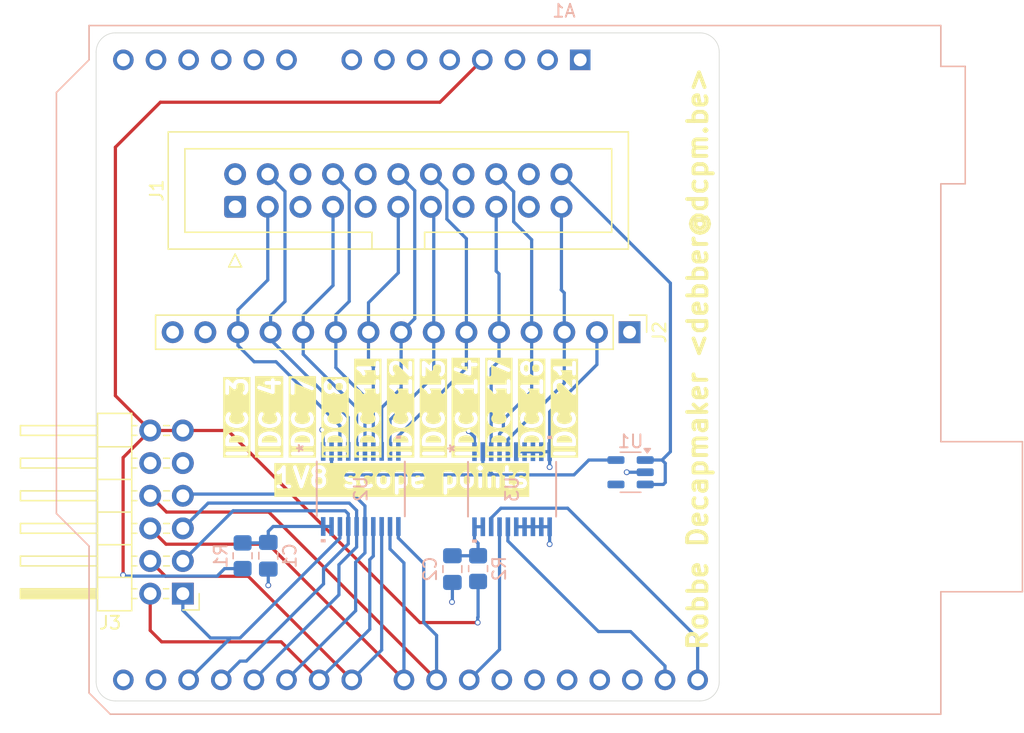
<source format=kicad_pcb>
(kicad_pcb (version 20240108) (generator "pcbnew") (generator_version "8.0")
  (layers (0 "F.Cu" signal) (1 "In1.Cu" power "In1.Cu (GND)") (2 "In2.Cu" power "In2.Cu (GND)") (31 "B.Cu" signal) (34 "B.Paste" user) (35 "F.Paste" user) (36 "B.SilkS" user "B.Silkscreen") (37 "F.SilkS" user "F.Silkscreen") (38 "B.Mask" user) (39 "F.Mask" user) (44 "Edge.Cuts" user))
  (net 0 "")
  (net 2 "+5VD")
  (net 3 "+5V")
  (net 5 "GND")
  (net 10 "IDC_1_21")
  (net 11 "+3.3V")
  (net 17 "IDC_1_17")
  (net 20 "IDC_1_18")
  (net 23 "IDC_1_7")
  (net 25 "IDC_1_14")
  (net 26 "IDC_1_8")
  (net 27 "IDC_1_12")
  (net 28 "IDC_1_13")
  (net 29 "IDC_1_4")
  (net 30 "IDC_1_3")
  (net 31 "IDC_1_11")
  (net 32 "IDC_1_18_a")
  (net 33 "IDC_1_21_a")
  (net 34 "IDC_1_8_a")
  (net 35 "IDC_1_13_a")
  (net 36 "IDC_1_11_a")
  (net 37 "IDC_1_14_a")
  (net 38 "IDC_1_7_a")
  (net 39 "IDC_1_3_a")
  (net 40 "IDC_1_12_a")
  (net 41 "IDC_1_4_a")
  (net 42 "IDC_1_17_a")
  (net 43 "Net-(U2-EN)")
  (net 44 "Net-(U3-EN)")
  (net 46 "+1V8")
  (footprint "Connector_PinHeader_2.54mm:PinHeader_2x06_P2.54mm_Horizontal" (layer "F.Cu") (at 145.25 97.15 180)
    (property "Reference" "J3" (at 5.655 -2.27 360) (layer "F.SilkS"))
    (property "Value" "Conn_02x06_Odd_Even")
    (fp_line (start 12.64 13.08) (end 6.64 13.08) (stroke (width 0.12)) (layer "F.SilkS"))
    (fp_line (start 12.64 12.32) (end 12.64 13.08) (stroke (width 0.12)) (layer "F.SilkS"))
    (fp_line (start 12.64 10.54) (end 6.64 10.54) (stroke (width 0.12)) (layer "F.SilkS"))
    (fp_line (start 12.64 9.78) (end 12.64 10.54) (stroke (width 0.12)) (layer "F.SilkS"))
    (fp_line (start 12.64 8) (end 6.64 8) (stroke (width 0.12)) (layer "F.SilkS"))
    (fp_line (start 12.64 7.24) (end 12.64 8) (stroke (width 0.12)) (layer "F.SilkS"))
    (fp_line (start 12.64 5.46) (end 6.64 5.46) (stroke (width 0.12)) (layer "F.SilkS"))
    (fp_line (start 12.64 4.7) (end 12.64 5.46) (stroke (width 0.12)) (layer "F.SilkS"))
    (fp_line (start 12.64 2.92) (end 6.64 2.92) (stroke (width 0.12)) (layer "F.SilkS"))
    (fp_line (start 12.64 2.16) (end 12.64 2.92) (stroke (width 0.12)) (layer "F.SilkS"))
    (fp_line (start 12.64 0.38) (end 6.64 0.38) (stroke (width 0.12)) (layer "F.SilkS"))
    (fp_line (start 12.64 -0.38) (end 12.64 0.38) (stroke (width 0.12)) (layer "F.SilkS"))
    (fp_line (start 6.64 14.03) (end 6.64 -1.33) (stroke (width 0.12)) (layer "F.SilkS"))
    (fp_line (start 6.64 12.32) (end 12.64 12.32) (stroke (width 0.12)) (layer "F.SilkS"))
    (fp_line (start 6.64 9.78) (end 12.64 9.78) (stroke (width 0.12)) (layer "F.SilkS"))
    (fp_line (start 6.64 7.24) (end 12.64 7.24) (stroke (width 0.12)) (layer "F.SilkS"))
    (fp_line (start 6.64 4.7) (end 12.64 4.7) (stroke (width 0.12)) (layer "F.SilkS"))
    (fp_line (start 6.64 2.16) (end 12.64 2.16) (stroke (width 0.12)) (layer "F.SilkS"))
    (fp_line (start 6.64 0.28) (end 12.64 0.28) (stroke (width 0.12)) (layer "F.SilkS"))
    (fp_line (start 6.64 0.16) (end 12.64 0.16) (stroke (width 0.12)) (layer "F.SilkS"))
    (fp_line (start 6.64 0.04) (end 12.64 0.04) (stroke (width 0.12)) (layer "F.SilkS"))
    (fp_line (start 6.64 -0.08) (end 12.64 -0.08) (stroke (width 0.12)) (layer "F.SilkS"))
    (fp_line (start 6.64 -0.2) (end 12.64 -0.2) (stroke (width 0.12)) (layer "F.SilkS"))
    (fp_line (start 6.64 -0.32) (end 12.64 -0.32) (stroke (width 0.12)) (layer "F.SilkS"))
    (fp_line (start 6.64 -0.38) (end 12.64 -0.38) (stroke (width 0.12)) (layer "F.SilkS"))
    (fp_line (start 6.64 -1.33) (end 3.98 -1.33) (stroke (width 0.12)) (layer "F.SilkS"))
    (fp_line (start 3.98 14.03) (end 6.64 14.03) (stroke (width 0.12)) (layer "F.SilkS"))
    (fp_line (start 3.98 11.43) (end 6.64 11.43) (stroke (width 0.12)) (layer "F.SilkS"))
    (fp_line (start 3.98 8.89) (end 6.64 8.89) (stroke (width 0.12)) (layer "F.SilkS"))
    (fp_line (start 3.98 6.35) (end 6.64 6.35) (stroke (width 0.12)) (layer "F.SilkS"))
    (fp_line (start 3.98 3.81) (end 6.64 3.81) (stroke (width 0.12)) (layer "F.SilkS"))
    (fp_line (start 3.98 1.27) (end 6.64 1.27) (stroke (width 0.12)) (layer "F.SilkS"))
    (fp_line (start 3.98 -1.33) (end 3.98 14.03) (stroke (width 0.12)) (layer "F.SilkS"))
    (fp_line (start 3.582929 13.08) (end 3.98 13.08) (stroke (width 0.12)) (layer "F.SilkS"))
    (fp_line (start 3.582929 12.32) (end 3.98 12.32) (stroke (width 0.12)) (layer "F.SilkS"))
    (fp_line (start 3.582929 10.54) (end 3.98 10.54) (stroke (width 0.12)) (layer "F.SilkS"))
    (fp_line (start 3.582929 9.78) (end 3.98 9.78) (stroke (width 0.12)) (layer "F.SilkS"))
    (fp_line (start 3.582929 8) (end 3.98 8) (stroke (width 0.12)) (layer "F.SilkS"))
    (fp_line (start 3.582929 7.24) (end 3.98 7.24) (stroke (width 0.12)) (layer "F.SilkS"))
    (fp_line (start 3.582929 5.46) (end 3.98 5.46) (stroke (width 0.12)) (layer "F.SilkS"))
    (fp_line (start 3.582929 4.7) (end 3.98 4.7) (stroke (width 0.12)) (layer "F.SilkS"))
    (fp_line (start 3.582929 2.92) (end 3.98 2.92) (stroke (width 0.12)) (layer "F.SilkS"))
    (fp_line (start 3.582929 2.16) (end 3.98 2.16) (stroke (width 0.12)) (layer "F.SilkS"))
    (fp_line (start 3.582929 0.38) (end 3.98 0.38) (stroke (width 0.12)) (layer "F.SilkS"))
    (fp_line (start 3.582929 -0.38) (end 3.98 -0.38) (stroke (width 0.12)) (layer "F.SilkS"))
    (fp_line (start 1.11 0.38) (end 1.497071 0.38) (stroke (width 0.12)) (layer "F.SilkS"))
    (fp_line (start 1.11 -0.38) (end 1.497071 -0.38) (stroke (width 0.12)) (layer "F.SilkS"))
    (fp_line (start 1.042929 13.08) (end 1.497071 13.08) (stroke (width 0.12)) (layer "F.SilkS"))
    (fp_line (start 1.042929 12.32) (end 1.497071 12.32) (stroke (width 0.12)) (layer "F.SilkS"))
    (fp_line (start 1.042929 10.54) (end 1.497071 10.54) (stroke (width 0.12)) (layer "F.SilkS"))
    (fp_line (start 1.042929 9.78) (end 1.497071 9.78) (stroke (width 0.12)) (layer "F.SilkS"))
    (fp_line (start 1.042929 8) (end 1.497071 8) (stroke (width 0.12)) (layer "F.SilkS"))
    (fp_line (start 1.042929 7.24) (end 1.497071 7.24) (stroke (width 0.12)) (layer "F.SilkS"))
    (fp_line (start 1.042929 5.46) (end 1.497071 5.46) (stroke (width 0.12)) (layer "F.SilkS"))
    (fp_line (start 1.042929 4.7) (end 1.497071 4.7) (stroke (width 0.12)) (layer "F.SilkS"))
    (fp_line (start 1.042929 2.92) (end 1.497071 2.92) (stroke (width 0.12)) (layer "F.SilkS"))
    (fp_line (start 1.042929 2.16) (end 1.497071 2.16) (stroke (width 0.12)) (layer "F.SilkS"))
    (fp_line (start -1.27 0) (end -1.27 -1.27) (stroke (width 0.12)) (layer "F.SilkS"))
    (fp_line (start -1.27 -1.27) (end 0 -1.27) (stroke (width 0.12)) (layer "F.SilkS"))
    (pad "1" thru_hole rect (at 0 0 180) (size 1.7 1.7) (drill 1) (layers "*.Cu" "*.Mask") (net 39 "IDC_1_3_a"))
    (pad "2" thru_hole oval (at 2.54 0 180) (size 1.7 1.7) (drill 1) (layers "*.Cu" "*.Mask") (net 36 "IDC_1_11_a"))
    (pad "3" thru_hole oval (at 0 2.54 180) (size 1.7 1.7) (drill 1) (layers "*.Cu" "*.Mask") (net 41 "IDC_1_4_a"))
    (pad "4" thru_hole oval (at 2.54 2.54 180) (size 1.7 1.7) (drill 1) (layers "*.Cu" "*.Mask") (net 40 "IDC_1_12_a"))
    (pad "5" thru_hole oval (at 0 5.08 180) (size 1.7 1.7) (drill 1) (layers "*.Cu" "*.Mask") (net 38 "IDC_1_7_a"))
    (pad "6" thru_hole oval (at 2.54 5.08 180) (size 1.7 1.7) (drill 1) (layers "*.Cu" "*.Mask") (net 35 "IDC_1_13_a"))
    (pad "7" thru_hole oval (at 0 7.62 180) (size 1.7 1.7) (drill 1) (layers "*.Cu" "*.Mask") (net 34 "IDC_1_8_a"))
    (pad "8" thru_hole oval (at 2.54 7.62 180) (size 1.7 1.7) (drill 1) (layers "*.Cu" "*.Mask") (net 37 "IDC_1_14_a"))
    (pad "9" thru_hole oval (at 0 10.16 180) (size 1.7 1.7) (drill 1) (layers "*.Cu" "*.Mask") (net 5 "GND"))
    (pad "10" thru_hole oval (at 2.54 10.16 180) (size 1.7 1.7) (drill 1) (layers "*.Cu" "*.Mask") (net 5 "GND"))
    (pad "11" thru_hole oval (at 0 12.7 180) (size 1.7 1.7) (drill 1) (layers "*.Cu" "*.Mask") (net 11 "+3.3V"))
    (pad "12" thru_hole oval (at 2.54 12.7 180) (size 1.7 1.7) (drill 1) (layers "*.Cu" "*.Mask") (net 11 "+3.3V"))
  )
  (footprint "Connector_IDC:IDC-Header_2x11_P2.54mm_Vertical" (layer "F.Cu") (at 149.32 67.04 90)
    (property "Reference" "J1" (at 1.27 -6.1 90) (layer "F.SilkS"))
    (property "Value" "Conn_02x11_Odd_Even")
    (fp_line (start 5.83 -5.21) (end 5.83 30.61) (stroke (width 0.12)) (layer "F.SilkS"))
    (fp_line (start -3.29 -5.21) (end 5.83 -5.21) (stroke (width 0.12)) (layer "F.SilkS"))
    (fp_line (start 4.52 -3.91) (end 4.52 29.31) (stroke (width 0.12)) (layer "F.SilkS"))
    (fp_line (start -1.98 -3.91) (end 4.52 -3.91) (stroke (width 0.12)) (layer "F.SilkS"))
    (fp_line (start -4.68 -0.5) (end -4.68 0.5) (stroke (width 0.12)) (layer "F.SilkS"))
    (fp_line (start -3.68 0) (end -4.68 -0.5) (stroke (width 0.12)) (layer "F.SilkS"))
    (fp_line (start -4.68 0.5) (end -3.68 0) (stroke (width 0.12)) (layer "F.SilkS"))
    (fp_line (start -1.98 10.65) (end -1.98 -3.91) (stroke (width 0.12)) (layer "F.SilkS"))
    (fp_line (start -3.29 10.65) (end -1.98 10.65) (stroke (width 0.12)) (layer "F.SilkS"))
    (fp_line (start -1.98 14.75) (end -1.98 14.75) (stroke (width 0.12)) (layer "F.SilkS"))
    (fp_line (start -1.98 14.75) (end -3.29 14.75) (stroke (width 0.12)) (layer "F.SilkS"))
    (fp_line (start 4.52 29.31) (end -1.98 29.31) (stroke (width 0.12)) (layer "F.SilkS"))
    (fp_line (start -1.98 29.31) (end -1.98 14.75) (stroke (width 0.12)) (layer "F.SilkS"))
    (fp_line (start 5.83 30.61) (end -3.29 30.61) (stroke (width 0.12)) (layer "F.SilkS"))
    (fp_line (start -3.29 30.61) (end -3.29 -5.21) (stroke (width 0.12)) (layer "F.SilkS"))
    (pad "1" thru_hole roundrect (at 0 0 90) (size 1.7 1.7) (drill 1) (layers "*.Cu" "*.Mask") (roundrect_rratio 0.147059) (net 5 "GND"))
    (pad "2" thru_hole circle (at 2.54 0 90) (size 1.7 1.7) (drill 1) (layers "*.Cu" "*.Mask") (net 5 "GND"))
    (pad "3" thru_hole circle (at 0 2.54 90) (size 1.7 1.7) (drill 1) (layers "*.Cu" "*.Mask") (net 30 "IDC_1_3"))
    (pad "4" thru_hole circle (at 2.54 2.54 90) (size 1.7 1.7) (drill 1) (layers "*.Cu" "*.Mask") (net 29 "IDC_1_4"))
    (pad "5" thru_hole circle (at 0 5.08 90) (size 1.7 1.7) (drill 1) (layers "*.Cu" "*.Mask") (net 5 "GND"))
    (pad "6" thru_hole circle (at 2.54 5.08 90) (size 1.7 1.7) (drill 1) (layers "*.Cu" "*.Mask") (net 5 "GND"))
    (pad "7" thru_hole circle (at 0 7.62 90) (size 1.7 1.7) (drill 1) (layers "*.Cu" "*.Mask") (net 23 "IDC_1_7"))
    (pad "8" thru_hole circle (at 2.54 7.62 90) (size 1.7 1.7) (drill 1) (layers "*.Cu" "*.Mask") (net 26 "IDC_1_8"))
    (pad "9" thru_hole circle (at 0 10.16 90) (size 1.7 1.7) (drill 1) (layers "*.Cu" "*.Mask") (net 5 "GND"))
    (pad "10" thru_hole circle (at 2.54 10.16 90) (size 1.7 1.7) (drill 1) (layers "*.Cu" "*.Mask") (net 5 "GND"))
    (pad "11" thru_hole circle (at 0 12.7 90) (size 1.7 1.7) (drill 1) (layers "*.Cu" "*.Mask") (net 31 "IDC_1_11"))
    (pad "12" thru_hole circle (at 2.54 12.7 90) (size 1.7 1.7) (drill 1) (layers "*.Cu" "*.Mask") (net 27 "IDC_1_12"))
    (pad "13" thru_hole circle (at 0 15.24 90) (size 1.7 1.7) (drill 1) (layers "*.Cu" "*.Mask") (net 28 "IDC_1_13"))
    (pad "14" thru_hole circle (at 2.54 15.24 90) (size 1.7 1.7) (drill 1) (layers "*.Cu" "*.Mask") (net 25 "IDC_1_14"))
    (pad "15" thru_hole circle (at 0 17.78 90) (size 1.7 1.7) (drill 1) (layers "*.Cu" "*.Mask") (net 5 "GND"))
    (pad "16" thru_hole circle (at 2.54 17.78 90) (size 1.7 1.7) (drill 1) (layers "*.Cu" "*.Mask") (net 5 "GND"))
    (pad "17" thru_hole circle (at 0 20.32 90) (size 1.7 1.7) (drill 1) (layers "*.Cu" "*.Mask") (net 17 "IDC_1_17"))
    (pad "18" thru_hole circle (at 2.54 20.32 90) (size 1.7 1.7) (drill 1) (layers "*.Cu" "*.Mask") (net 20 "IDC_1_18"))
    (pad "19" thru_hole circle (at 0 22.86 90) (size 1.7 1.7) (drill 1) (layers "*.Cu" "*.Mask") (net 5 "GND"))
    (pad "20" thru_hole circle (at 2.54 22.86 90) (size 1.7 1.7) (drill 1) (layers "*.Cu" "*.Mask") (net 5 "GND"))
    (pad "21" thru_hole circle (at 0 25.4 90) (size 1.7 1.7) (drill 1) (layers "*.Cu" "*.Mask") (net 10 "IDC_1_21"))
    (pad "22" thru_hole circle (at 2.54 25.4 90) (size 1.7 1.7) (drill 1) (layers "*.Cu" "*.Mask") (net 2 "+5VD"))
  )
  (footprint "Connector_PinHeader_2.54mm:PinHeader_1x15_P2.54mm_Vertical" (layer "F.Cu") (at 180.02 76.8 -90)
    (property "Reference" "J2" (at 0 -2.33 90) (layer "F.SilkS"))
    (property "Value" "Conn_01x15_Pin")
    (fp_line (start -1.33 36.89) (end 1.33 36.89) (stroke (width 0.12)) (layer "F.SilkS"))
    (fp_line (start -1.33 1.27) (end -1.33 36.89) (stroke (width 0.12)) (layer "F.SilkS"))
    (fp_line (start -1.33 1.27) (end 1.33 1.27) (stroke (width 0.12)) (layer "F.SilkS"))
    (fp_line (start 1.33 1.27) (end 1.33 36.89) (stroke (width 0.12)) (layer "F.SilkS"))
    (fp_line (start -1.33 0) (end -1.33 -1.33) (stroke (width 0.12)) (layer "F.SilkS"))
    (fp_line (start -1.33 -1.33) (end 0 -1.33) (stroke (width 0.12)) (layer "F.SilkS"))
    (pad "1" thru_hole rect (at 0 0 270) (size 1.7 1.7) (drill 1) (layers "*.Cu" "*.Mask") (net 5 "GND"))
    (pad "2" thru_hole oval (at 0 2.54 270) (size 1.7 1.7) (drill 1) (layers "*.Cu" "*.Mask") (net 5 "GND"))
    (pad "3" thru_hole oval (at 0 5.08 270) (size 1.7 1.7) (drill 1) (layers "*.Cu" "*.Mask") (net 10 "IDC_1_21"))
    (pad "4" thru_hole oval (at 0 7.62 270) (size 1.7 1.7) (drill 1) (layers "*.Cu" "*.Mask") (net 20 "IDC_1_18"))
    (pad "5" thru_hole oval (at 0 10.16 270) (size 1.7 1.7) (drill 1) (layers "*.Cu" "*.Mask") (net 17 "IDC_1_17"))
    (pad "6" thru_hole oval (at 0 12.7 270) (size 1.7 1.7) (drill 1) (layers "*.Cu" "*.Mask") (net 25 "IDC_1_14"))
    (pad "7" thru_hole oval (at 0 15.24 270) (size 1.7 1.7) (drill 1) (layers "*.Cu" "*.Mask") (net 28 "IDC_1_13"))
    (pad "8" thru_hole oval (at 0 17.78 270) (size 1.7 1.7) (drill 1) (layers "*.Cu" "*.Mask") (net 27 "IDC_1_12"))
    (pad "9" thru_hole oval (at 0 20.32 270) (size 1.7 1.7) (drill 1) (layers "*.Cu" "*.Mask") (net 31 "IDC_1_11"))
    (pad "10" thru_hole oval (at 0 22.86 270) (size 1.7 1.7) (drill 1) (layers "*.Cu" "*.Mask") (net 26 "IDC_1_8"))
    (pad "11" thru_hole oval (at 0 25.4 270) (size 1.7 1.7) (drill 1) (layers "*.Cu" "*.Mask") (net 23 "IDC_1_7"))
    (pad "12" thru_hole oval (at 0 27.94 270) (size 1.7 1.7) (drill 1) (layers "*.Cu" "*.Mask") (net 29 "IDC_1_4"))
    (pad "13" thru_hole oval (at 0 30.48 270) (size 1.7 1.7) (drill 1) (layers "*.Cu" "*.Mask") (net 30 "IDC_1_3"))
    (pad "14" thru_hole oval (at 0 33.02 270) (size 1.7 1.7) (drill 1) (layers "*.Cu" "*.Mask") (net 5 "GND"))
    (pad "15" thru_hole oval (at 0 35.56 270) (size 1.7 1.7) (drill 1) (layers "*.Cu" "*.Mask") (net 5 "GND"))
  )
  (footprint "level_shifter:PW20_TEX" (layer "B.Cu") (at 159.1 89 -90)
    (property "Reference" "U2" (at 0 0 90) (layer "B.SilkS") (effects (justify mirror)))
    (property "Value" "LSF0108QPWRQ1")
    (fp_line (start -2.126372 3.429) (end 2.126385 3.429) (stroke (width 0.1524)) (layer "B.SilkS"))
    (fp_line (start 2.126372 -3.429) (end -2.126385 -3.429) (stroke (width 0.1524)) (layer "B.SilkS"))
    (fp_poly (pts (xy 4.159999 3.115498) (xy 4.159999 2.734498) (xy 3.905999 2.734498) (xy 3.905999 3.115498)) (fill solid) (layer "B.SilkS"))
    (fp_poly (pts (xy -4.159999 -2.734498) (xy -4.159999 -3.115498) (xy -3.905999 -3.115498) (xy -3.905999 -2.734498)) (fill solid) (layer "B.SilkS"))
    (fp_text user "*" (at -3.175 4.422801 90) (layer "B.SilkS") (effects (justify mirror)))
    (fp_text user "*" (at -3.175 4.422801 90) (layer "B.SilkS") (effects (justify mirror)))
    (pad "1" smd rect (at -2.921 2.925 270) (size 1.461999 0.3548) (layers "B.Cu" "B.Paste" "B.Mask") (net 5 "GND"))
    (pad "2" smd rect (at -2.921 2.274999 270) (size 1.461999 0.3548) (layers "B.Cu" "B.Paste" "B.Mask") (net 46 "+1V8"))
    (pad "3" smd rect (at -2.921 1.625001 270) (size 1.461999 0.3548) (layers "B.Cu" "B.Paste" "B.Mask") (net 30 "IDC_1_3"))
    (pad "4" smd rect (at -2.921 0.974999 270) (size 1.461999 0.3548) (layers "B.Cu" "B.Paste" "B.Mask") (net 29 "IDC_1_4"))
    (pad "5" smd rect (at -2.921 0.325001 270) (size 1.461999 0.3548) (layers "B.Cu" "B.Paste" "B.Mask") (net 23 "IDC_1_7"))
    (pad "6" smd rect (at -2.921 -0.324998 270) (size 1.461999 0.3548) (layers "B.Cu" "B.Paste" "B.Mask") (net 26 "IDC_1_8"))
    (pad "7" smd rect (at -2.921 -0.974999 270) (size 1.461999 0.3548) (layers "B.Cu" "B.Paste" "B.Mask") (net 31 "IDC_1_11"))
    (pad "8" smd rect (at -2.921 -1.624998 270) (size 1.461999 0.3548) (layers "B.Cu" "B.Paste" "B.Mask") (net 27 "IDC_1_12"))
    (pad "9" smd rect (at -2.921 -2.274999 270) (size 1.461999 0.3548) (layers "B.Cu" "B.Paste" "B.Mask") (net 28 "IDC_1_13"))
    (pad "10" smd rect (at -2.921 -2.924998 270) (size 1.461999 0.3548) (layers "B.Cu" "B.Paste" "B.Mask") (net 25 "IDC_1_14"))
    (pad "11" smd rect (at 2.921 -2.925 270) (size 1.461999 0.3548) (layers "B.Cu" "B.Paste" "B.Mask") (net 37 "IDC_1_14_a"))
    (pad "12" smd rect (at 2.921 -2.275002 270) (size 1.461999 0.3548) (layers "B.Cu" "B.Paste" "B.Mask") (net 35 "IDC_1_13_a"))
    (pad "13" smd rect (at 2.921 -1.625001 270) (size 1.461999 0.3548) (layers "B.Cu" "B.Paste" "B.Mask") (net 40 "IDC_1_12_a"))
    (pad "14" smd rect (at 2.921 -0.975002 270) (size 1.461999 0.3548) (layers "B.Cu" "B.Paste" "B.Mask") (net 36 "IDC_1_11_a"))
    (pad "15" smd rect (at 2.921 -0.325001 270) (size 1.461999 0.3548) (layers "B.Cu" "B.Paste" "B.Mask") (net 34 "IDC_1_8_a"))
    (pad "16" smd rect (at 2.921 0.324998 270) (size 1.461999 0.3548) (layers "B.Cu" "B.Paste" "B.Mask") (net 38 "IDC_1_7_a"))
    (pad "17" smd rect (at 2.921 0.974999 270) (size 1.461999 0.3548) (layers "B.Cu" "B.Paste" "B.Mask") (net 41 "IDC_1_4_a"))
    (pad "18" smd rect (at 2.921 1.624998 270) (size 1.461999 0.3548) (layers "B.Cu" "B.Paste" "B.Mask") (net 39 "IDC_1_3_a"))
    (pad "19" smd rect (at 2.921 2.274999 270) (size 1.461999 0.3548) (layers "B.Cu" "B.Paste" "B.Mask") (net 43 "Net-(U2-EN)"))
    (pad "20" smd rect (at 2.921 2.924998 270) (size 1.461999 0.3548) (layers "B.Cu" "B.Paste" "B.Mask") (net 43 "Net-(U2-EN)"))
  )
  (footprint "Module:Arduino_UNO_R3" (layer "B.Cu") (at 176.18 55.6 180)
    (property "Reference" "A1" (at 1.27 3.81 0) (layer "B.SilkS") (effects (justify mirror)))
    (property "Value" "Arduino_UNO_R3")
    (fp_line (start 40.77 -2.54) (end 40.77 -35.31) (stroke (width 0.12)) (layer "B.SilkS"))
    (fp_line (start 40.77 -35.31) (end 38.23 -37.85) (stroke (width 0.12)) (layer "B.SilkS"))
    (fp_line (start 38.23 2.67) (end 38.23 0) (stroke (width 0.12)) (layer "B.SilkS"))
    (fp_line (start 38.23 0) (end 40.77 -2.54) (stroke (width 0.12)) (layer "B.SilkS"))
    (fp_line (start 38.23 -37.85) (end 38.23 -49.28) (stroke (width 0.12)) (layer "B.SilkS"))
    (fp_line (start 38.23 -49.28) (end 36.58 -50.93) (stroke (width 0.12)) (layer "B.SilkS"))
    (fp_line (start 36.58 -50.93) (end -28.07 -50.93) (stroke (width 0.12)) (layer "B.SilkS"))
    (fp_line (start -28.07 2.67) (end 38.23 2.67) (stroke (width 0.12)) (layer "B.SilkS"))
    (fp_line (start -28.07 -0.51) (end -28.07 2.67) (stroke (width 0.12)) (layer "B.SilkS"))
    (fp_line (start -28.07 -9.65) (end -29.97 -9.65) (stroke (width 0.12)) (layer "B.SilkS"))
    (fp_line (start -28.07 -29.72) (end -28.07 -9.65) (stroke (width 0.12)) (layer "B.SilkS"))
    (fp_line (start -28.07 -41.4) (end -34.42 -41.4) (stroke (width 0.12)) (layer "B.SilkS"))
    (fp_line (start -28.07 -50.93) (end -28.07 -41.4) (stroke (width 0.12)) (layer "B.SilkS"))
    (fp_line (start -29.97 -0.51) (end -28.07 -0.51) (stroke (width 0.12)) (layer "B.SilkS"))
    (fp_line (start -29.97 -9.65) (end -29.97 -0.51) (stroke (width 0.12)) (layer "B.SilkS"))
    (fp_line (start -34.42 -29.72) (end -28.07 -29.72) (stroke (width 0.12)) (layer "B.SilkS"))
    (fp_line (start -34.42 -41.4) (end -34.42 -29.72) (stroke (width 0.12)) (layer "B.SilkS"))
    (pad "1" thru_hole rect (at 0 0 90) (size 1.6 1.6) (drill 1) (layers "*.Cu" "*.Mask"))
    (pad "2" thru_hole oval (at 2.54 0 90) (size 1.6 1.6) (drill 1) (layers "*.Cu" "*.Mask"))
    (pad "3" thru_hole oval (at 5.08 0 90) (size 1.6 1.6) (drill 1) (layers "*.Cu" "*.Mask"))
    (pad "4" thru_hole oval (at 7.62 0 90) (size 1.6 1.6) (drill 1) (layers "*.Cu" "*.Mask") (net 11 "+3.3V"))
    (pad "5" thru_hole oval (at 10.16 0 90) (size 1.6 1.6) (drill 1) (layers "*.Cu" "*.Mask") (net 3 "+5V"))
    (pad "6" thru_hole oval (at 12.7 0 90) (size 1.6 1.6) (drill 1) (layers "*.Cu" "*.Mask") (net 5 "GND"))
    (pad "7" thru_hole oval (at 15.24 0 90) (size 1.6 1.6) (drill 1) (layers "*.Cu" "*.Mask") (net 5 "GND"))
    (pad "8" thru_hole oval (at 17.78 0 90) (size 1.6 1.6) (drill 1) (layers "*.Cu" "*.Mask"))
    (pad "9" thru_hole oval (at 22.86 0 90) (size 1.6 1.6) (drill 1) (layers "*.Cu" "*.Mask"))
    (pad "10" thru_hole oval (at 25.4 0 90) (size 1.6 1.6) (drill 1) (layers "*.Cu" "*.Mask"))
    (pad "11" thru_hole oval (at 27.94 0 90) (size 1.6 1.6) (drill 1) (layers "*.Cu" "*.Mask"))
    (pad "12" thru_hole oval (at 30.48 0 90) (size 1.6 1.6) (drill 1) (layers "*.Cu" "*.Mask"))
    (pad "13" thru_hole oval (at 33.02 0 90) (size 1.6 1.6) (drill 1) (layers "*.Cu" "*.Mask"))
    (pad "14" thru_hole oval (at 35.56 0 90) (size 1.6 1.6) (drill 1) (layers "*.Cu" "*.Mask"))
    (pad "15" thru_hole oval (at 35.56 -48.26 90) (size 1.6 1.6) (drill 1) (layers "*.Cu" "*.Mask"))
    (pad "16" thru_hole oval (at 33.02 -48.26 90) (size 1.6 1.6) (drill 1) (layers "*.Cu" "*.Mask"))
    (pad "17" thru_hole oval (at 30.48 -48.26 90) (size 1.6 1.6) (drill 1) (layers "*.Cu" "*.Mask") (net 39 "IDC_1_3_a"))
    (pad "18" thru_hole oval (at 27.94 -48.26 90) (size 1.6 1.6) (drill 1) (layers "*.Cu" "*.Mask") (net 41 "IDC_1_4_a"))
    (pad "19" thru_hole oval (at 25.4 -48.26 90) (size 1.6 1.6) (drill 1) (layers "*.Cu" "*.Mask") (net 38 "IDC_1_7_a"))
    (pad "20" thru_hole oval (at 22.86 -48.26 90) (size 1.6 1.6) (drill 1) (layers "*.Cu" "*.Mask") (net 34 "IDC_1_8_a"))
    (pad "21" thru_hole oval (at 20.32 -48.26 90) (size 1.6 1.6) (drill 1) (layers "*.Cu" "*.Mask") (net 36 "IDC_1_11_a"))
    (pad "22" thru_hole oval (at 17.78 -48.26 90) (size 1.6 1.6) (drill 1) (layers "*.Cu" "*.Mask") (net 40 "IDC_1_12_a"))
    (pad "23" thru_hole oval (at 13.72 -48.26 90) (size 1.6 1.6) (drill 1) (layers "*.Cu" "*.Mask") (net 35 "IDC_1_13_a"))
    (pad "24" thru_hole oval (at 11.18 -48.26 90) (size 1.6 1.6) (drill 1) (layers "*.Cu" "*.Mask") (net 37 "IDC_1_14_a"))
    (pad "25" thru_hole oval (at 8.64 -48.26 90) (size 1.6 1.6) (drill 1) (layers "*.Cu" "*.Mask") (net 32 "IDC_1_18_a"))
    (pad "26" thru_hole oval (at 6.1 -48.26 90) (size 1.6 1.6) (drill 1) (layers "*.Cu" "*.Mask"))
    (pad "27" thru_hole oval (at 3.56 -48.26 90) (size 1.6 1.6) (drill 1) (layers "*.Cu" "*.Mask"))
    (pad "28" thru_hole oval (at 1.02 -48.26 90) (size 1.6 1.6) (drill 1) (layers "*.Cu" "*.Mask"))
    (pad "29" thru_hole oval (at -1.52 -48.26 90) (size 1.6 1.6) (drill 1) (layers "*.Cu" "*.Mask") (net 5 "GND"))
    (pad "30" thru_hole oval (at -4.06 -48.26 90) (size 1.6 1.6) (drill 1) (layers "*.Cu" "*.Mask"))
    (pad "31" thru_hole oval (at -6.6 -48.26 90) (size 1.6 1.6) (drill 1) (layers "*.Cu" "*.Mask") (net 33 "IDC_1_21_a"))
    (pad "32" thru_hole oval (at -9.14 -48.26 90) (size 1.6 1.6) (drill 1) (layers "*.Cu" "*.Mask") (net 42 "IDC_1_17_a"))
  )
  (footprint "Resistor_SMD:R_0805_2012Metric_Pad1.20x1.40mm_HandSolder" (layer "B.Cu") (at 149.9 94.2 90)
    (property "Reference" "R1" (at 0 -1.7 90) (layer "B.SilkS") (effects (justify mirror)))
    (property "Value" "200k")
    (fp_line (start 0.227064 -0.735) (end -0.227064 -0.735) (stroke (width 0.12)) (layer "B.SilkS"))
    (fp_line (start 0.227064 0.735) (end -0.227064 0.735) (stroke (width 0.12)) (layer "B.SilkS"))
    (pad "1" smd roundrect (at -1 0 90) (size 1.2 1.4) (layers "B.Cu" "B.Paste" "B.Mask") (roundrect_rratio 0.208333) (net 11 "+3.3V"))
    (pad "2" smd roundrect (at 1 0 90) (size 1.2 1.4) (layers "B.Cu" "B.Paste" "B.Mask") (roundrect_rratio 0.208333) (net 43 "Net-(U2-EN)"))
  )
  (footprint "Package_TO_SOT_SMD:SOT-23-5" (layer "B.Cu") (at 180.1 87.7 180)
    (property "Reference" "U1" (at 0 2.4 0) (layer "B.SilkS") (effects (justify mirror)))
    (property "Value" "TPS7A0508PDBV")
    (fp_line (start 0.8 1.56) (end 0 1.56) (stroke (width 0.12)) (layer "B.SilkS"))
    (fp_line (start 0.8 -1.56) (end 0 -1.56) (stroke (width 0.12)) (layer "B.SilkS"))
    (fp_line (start -0.8 1.56) (end 0 1.56) (stroke (width 0.12)) (layer "B.SilkS"))
    (fp_line (start -0.8 -1.56) (end 0 -1.56) (stroke (width 0.12)) (layer "B.SilkS"))
    (fp_poly (pts (xy -1.3 1.51) (xy -1.54 1.84) (xy -1.06 1.84) (xy -1.3 1.51)) (stroke (width 0.12)) (fill solid) (layer "B.SilkS"))
    (pad "1" smd roundrect (at -1.1375 0.95 180) (size 1.325 0.6) (layers "B.Cu" "B.Paste" "B.Mask") (net 2 "+5VD"))
    (pad "2" smd roundrect (at -1.1375 0 180) (size 1.325 0.6) (layers "B.Cu" "B.Paste" "B.Mask") (net 5 "GND"))
    (pad "3" smd roundrect (at -1.1375 -0.95 180) (size 1.325 0.6) (layers "B.Cu" "B.Paste" "B.Mask") (net 2 "+5VD"))
    (pad "4" smd roundrect (at 1.1375 -0.95 180) (size 1.325 0.6) (layers "B.Cu" "B.Paste" "B.Mask"))
    (pad "5" smd roundrect (at 1.1375 0.95 180) (size 1.325 0.6) (layers "B.Cu" "B.Paste" "B.Mask") (net 46 "+1V8"))
  )
  (footprint "Capacitor_SMD:C_0805_2012Metric_Pad1.18x1.45mm_HandSolder" (layer "B.Cu") (at 166.23 95.2375 90)
    (property "Reference" "C2" (at 0 -1.73 90) (layer "B.SilkS") (effects (justify mirror)))
    (property "Value" "0.1µF")
    (fp_line (start 0.261252 -0.735) (end -0.261252 -0.735) (stroke (width 0.12)) (layer "B.SilkS"))
    (fp_line (start 0.261252 0.735) (end -0.261252 0.735) (stroke (width 0.12)) (layer "B.SilkS"))
    (pad "1" smd roundrect (at -1.0375 0 90) (size 1.175 1.45) (layers "B.Cu" "B.Paste" "B.Mask") (roundrect_rratio 0.212766) (net 5 "GND"))
    (pad "2" smd roundrect (at 1.0375 0 90) (size 1.175 1.45) (layers "B.Cu" "B.Paste" "B.Mask") (roundrect_rratio 0.212766) (net 44 "Net-(U3-EN)"))
  )
  (footprint "Resistor_SMD:R_0805_2012Metric_Pad1.20x1.40mm_HandSolder" (layer "B.Cu") (at 168.23 95.2 90)
    (property "Reference" "R2" (at 0 1.65 90) (layer "B.SilkS") (effects (justify mirror)))
    (property "Value" "200k")
    (fp_line (start 0.227064 -0.735) (end -0.227064 -0.735) (stroke (width 0.12)) (layer "B.SilkS"))
    (fp_line (start 0.227064 0.735) (end -0.227064 0.735) (stroke (width 0.12)) (layer "B.SilkS"))
    (pad "1" smd roundrect (at -1 0 90) (size 1.2 1.4) (layers "B.Cu" "B.Paste" "B.Mask") (roundrect_rratio 0.208333) (net 11 "+3.3V"))
    (pad "2" smd roundrect (at 1 0 90) (size 1.2 1.4) (layers "B.Cu" "B.Paste" "B.Mask") (roundrect_rratio 0.208333) (net 44 "Net-(U3-EN)"))
  )
  (footprint "Capacitor_SMD:C_0805_2012Metric_Pad1.18x1.45mm_HandSolder" (layer "B.Cu") (at 151.9 94.2 90)
    (property "Reference" "C1" (at 0 1.68 90) (layer "B.SilkS") (effects (justify mirror)))
    (property "Value" "0.1µF")
    (fp_line (start 0.261252 -0.735) (end -0.261252 -0.735) (stroke (width 0.12)) (layer "B.SilkS"))
    (fp_line (start 0.261252 0.735) (end -0.261252 0.735) (stroke (width 0.12)) (layer "B.SilkS"))
    (pad "1" smd roundrect (at -1.0375 0 90) (size 1.175 1.45) (layers "B.Cu" "B.Paste" "B.Mask") (roundrect_rratio 0.212766) (net 5 "GND"))
    (pad "2" smd roundrect (at 1.0375 0 90) (size 1.175 1.45) (layers "B.Cu" "B.Paste" "B.Mask") (roundrect_rratio 0.212766) (net 43 "Net-(U2-EN)"))
  )
  (footprint "level_shifter:PW20_TEX" (layer "B.Cu") (at 170.874999 89.021 -90)
    (property "Reference" "U3" (at 0 0 90) (layer "B.SilkS") (effects (justify mirror)))
    (property "Value" "LSF0108QPWRQ1")
    (fp_line (start -2.126372 3.429) (end 2.126385 3.429) (stroke (width 0.1524)) (layer "B.SilkS"))
    (fp_line (start 2.126372 -3.429) (end -2.126385 -3.429) (stroke (width 0.1524)) (layer "B.SilkS"))
    (fp_poly (pts (xy 4.159999 3.115498) (xy 4.159999 2.734498) (xy 3.905999 2.734498) (xy 3.905999 3.115498)) (fill solid) (layer "B.SilkS"))
    (fp_poly (pts (xy -4.159999 -2.734498) (xy -4.159999 -3.115498) (xy -3.905999 -3.115498) (xy -3.905999 -2.734498)) (fill solid) (layer "B.SilkS"))
    (fp_text user "*" (at -3.175 4.422801 90) (layer "B.SilkS") (effects (justify mirror)))
    (fp_text user "*" (at -3.175 4.422801 90) (layer "B.SilkS") (effects (justify mirror)))
    (pad "1" smd rect (at -2.921 2.925 270) (size 1.461999 0.3548) (layers "B.Cu" "B.Paste" "B.Mask") (net 5 "GND"))
    (pad "2" smd rect (at -2.921 2.274999 270) (size 1.461999 0.3548) (layers "B.Cu" "B.Paste" "B.Mask") (net 46 "+1V8"))
    (pad "3" smd rect (at -2.921 1.625001 270) (size 1.461999 0.3548) (layers "B.Cu" "B.Paste" "B.Mask") (net 17 "IDC_1_17"))
    (pad "4" smd rect (at -2.921 0.974999 270) (size 1.461999 0.3548) (layers "B.Cu" "B.Paste" "B.Mask") (net 20 "IDC_1_18"))
    (pad "5" smd rect (at -2.921 0.325001 270) (size 1.461999 0.3548) (layers "B.Cu" "B.Paste" "B.Mask") (net 10 "IDC_1_21"))
    (pad "6" smd rect (at -2.921 -0.324998 270) (size 1.461999 0.3548) (layers "B.Cu" "B.Paste" "B.Mask") (net 5 "GND"))
    (pad "7" smd rect (at -2.921 -0.974999 270) (size 1.461999 0.3548) (layers "B.Cu" "B.Paste" "B.Mask") (net 5 "GND"))
    (pad "8" smd rect (at -2.921 -1.624998 270) (size 1.461999 0.3548) (layers "B.Cu" "B.Paste" "B.Mask") (net 5 "GND"))
    (pad "9" smd rect (at -2.921 -2.274999 270) (size 1.461999 0.3548) (layers "B.Cu" "B.Paste" "B.Mask") (net 5 "GND"))
    (pad "10" smd rect (at -2.921 -2.924998 270) (size 1.461999 0.3548) (layers "B.Cu" "B.Paste" "B.Mask") (net 5 "GND"))
    (pad "11" smd rect (at 2.921 -2.925 270) (size 1.461999 0.3548) (layers "B.Cu" "B.Paste" "B.Mask") (net 5 "GND"))
    (pad "12" smd rect (at 2.921 -2.275002 270) (size 1.461999 0.3548) (layers "B.Cu" "B.Paste" "B.Mask") (net 5 "GND"))
    (pad "13" smd rect (at 2.921 -1.625001 270) (size 1.461999 0.3548) (layers "B.Cu" "B.Paste" "B.Mask") (net 5 "GND"))
    (pad "14" smd rect (at 2.921 -0.975002 270) (size 1.461999 0.3548) (layers "B.Cu" "B.Paste" "B.Mask") (net 5 "GND"))
    (pad "15" smd rect (at 2.921 -0.325001 270) (size 1.461999 0.3548) (layers "B.Cu" "B.Paste" "B.Mask") (net 5 "GND"))
    (pad "16" smd rect (at 2.921 0.324998 270) (size 1.461999 0.3548) (layers "B.Cu" "B.Paste" "B.Mask") (net 33 "IDC_1_21_a"))
    (pad "17" smd rect (at 2.921 0.974999 270) (size 1.461999 0.3548) (layers "B.Cu" "B.Paste" "B.Mask") (net 32 "IDC_1_18_a"))
    (pad "18" smd rect (at 2.921 1.624998 270) (size 1.461999 0.3548) (layers "B.Cu" "B.Paste" "B.Mask") (net 42 "IDC_1_17_a"))
    (pad "19" smd rect (at 2.921 2.274999 270) (size 1.461999 0.3548) (layers "B.Cu" "B.Paste" "B.Mask") (net 44 "Net-(U3-EN)"))
    (pad "20" smd rect (at 2.921 2.924998 270) (size 1.461999 0.3548) (layers "B.Cu" "B.Paste" "B.Mask") (net 44 "Net-(U3-EN)"))
  )
  (gr_arc (start 185.5 53.5) (mid 186.56066 53.93934) (end 187 55) (stroke (width 0.05)) (layer "Edge.Cuts"))
  (gr_arc (start 187 104) (mid 186.56066 105.06066) (end 185.5 105.5) (stroke (width 0.05)) (layer "Edge.Cuts"))
  (gr_arc (start 138.5 55) (mid 138.93934 53.93934) (end 140 53.5) (stroke (width 0.05)) (layer "Edge.Cuts"))
  (gr_line (start 138.5 104) (end 138.5 55) (stroke (width 0.05)) (layer "Edge.Cuts"))
  (gr_line (start 140 53.5) (end 185.5 53.5) (stroke (width 0.05)) (layer "Edge.Cuts"))
  (gr_line (start 187 55) (end 187 104) (stroke (width 0.05)) (layer "Edge.Cuts"))
  (gr_arc (start 140 105.5) (mid 138.93934 105.06066) (end 138.5 104) (stroke (width 0.05)) (layer "Edge.Cuts"))
  (gr_line (start 185.5 105.5) (end 140 105.5) (stroke (width 0.05)) (layer "Edge.Cuts"))
  (gr_text "IDC 4" (at 152.95 86.8 90) (layer "F.SilkS" knockout) (effects (font (size 1.5 1.5) (thickness 0.3) (bold yes)) (justify left bottom)))
  (gr_text "1V8 scope points" (at 152.2 89 0) (layer "F.SilkS" knockout) (effects (font (size 1.5 1.5) (thickness 0.3) (bold yes)) (justify left bottom)))
  (gr_text "IDC 11" (at 160.6 86.8 90) (layer "F.SilkS" knockout) (effects (font (size 1.5 1.5) (thickness 0.3) (bold yes)) (justify left bottom)))
  (gr_text "IDC 18" (at 173.35 86.8 90) (layer "F.SilkS" knockout) (effects (font (size 1.5 1.5) (thickness 0.3) (bold yes)) (justify left bottom)))
  (gr_text "IDC 17" (at 170.8 86.8 90) (layer "F.SilkS" knockout) (effects (font (size 1.5 1.5) (thickness 0.3) (bold yes)) (justify left bottom)))
  (gr_text "Robbe Decapmaker <debber@dcpm.be>" (at 186.2 101.7 90) (layer "F.SilkS") (effects (font (size 1.5 1.5) (thickness 0.3) (bold yes)) (justify left bottom)))
  (gr_text "IDC 14" (at 168.25 86.8 90) (layer "F.SilkS" knockout) (effects (font (size 1.5 1.5) (thickness 0.3) (bold yes)) (justify left bottom)))
  (gr_text "IDC 13" (at 165.7 86.8 90) (layer "F.SilkS" knockout) (effects (font (size 1.5 1.5) (thickness 0.3) (bold yes)) (justify left bottom)))
  (gr_text "IDC 3" (at 150.4 86.8 90) (layer "F.SilkS" knockout) (effects (font (size 1.5 1.5) (thickness 0.3) (bold yes)) (justify left bottom)))
  (gr_text "IDC 12" (at 163.15 86.8 90) (layer "F.SilkS" knockout) (effects (font (size 1.5 1.5) (thickness 0.3) (bold yes)) (justify left bottom)))
  (gr_text "IDC 7" (at 155.5 86.8 90) (layer "F.SilkS" knockout) (effects (font (size 1.5 1.5) (thickness 0.3) (bold yes)) (justify left bottom)))
  (gr_text "IDC 21" (at 175.9 86.8 90) (layer "F.SilkS" knockout) (effects (font (size 1.5 1.5) (thickness 0.3) (bold yes)) (justify left bottom)))
  (gr_text "IDC 8" (at 158.05 86.8 90) (layer "F.SilkS" knockout) (effects (font (size 1.5 1.5) (thickness 0.3) (bold yes)) (justify left bottom)))
  (segment (start 182.8 88.5) (end 182.8 87) (width 0.25) (layer "B.Cu") (net 2))
  (segment (start 183.2 72.98) (end 174.72 64.5) (width 0.25) (layer "B.Cu") (net 2))
  (segment (start 183.2 86.1) (end 183.2 72.98) (width 0.25) (layer "B.Cu") (net 2))
  (segment (start 182.55 86.75) (end 183.2 86.1) (width 0.25) (layer "B.Cu") (net 2))
  (segment (start 182.55 86.75) (end 181.2375 86.75) (width 0.25) (layer "B.Cu") (net 2))
  (segment (start 182.65 88.65) (end 182.8 88.5) (width 0.25) (layer "B.Cu") (net 2))
  (segment (start 182.8 87) (end 182.55 86.75) (width 0.25) (layer "B.Cu") (net 2))
  (segment (start 181.2375 88.65) (end 182.65 88.65) (width 0.25) (layer "B.Cu") (net 2))
  (via (at 166.2 97.8) (size 0.45) (drill 0.3) (layers "F.Cu" "B.Cu") (net 5))
  (via (at 167.5 84.5) (size 0.45) (drill 0.3) (layers "F.Cu" "B.Cu") (net 5))
  (via (at 173.8 93.3) (size 0.45) (drill 0.3) (layers "F.Cu" "B.Cu") (net 5))
  (via (at 179.8 87.7) (size 0.45) (drill 0.3) (layers "F.Cu" "B.Cu") (net 5))
  (via (at 156.1 84.4) (size 0.45) (drill 0.3) (layers "F.Cu" "B.Cu") (net 5))
  (via (at 173.8 87.3) (size 0.45) (drill 0.3) (layers "F.Cu" "B.Cu") (net 5))
  (via (at 151.9 96.5) (size 0.45) (drill 0.3) (layers "F.Cu" "B.Cu") (net 5))
  (segment (start 173.799997 86.1) (end 173.799997 83.000003) (width 0.25) (layer "B.Cu") (net 5))
  (segment (start 171.850001 91.942) (end 172.5 91.942) (width 0.25) (layer "B.Cu") (net 5))
  (segment (start 172.499997 86.1) (end 171.849998 86.1) (width 0.25) (layer "B.Cu") (net 5))
  (segment (start 173.799999 93.299999) (end 173.8 93.3) (width 0.25) (layer "B.Cu") (net 5))
  (segment (start 166.23 97.77) (end 166.2 97.8) (width 0.25) (layer "B.Cu") (net 5))
  (segment (start 156.175 86.079) (end 156.175 84.475) (width 0.25) (layer "B.Cu") (net 5))
  (segment (start 156.175 84.475) (end 156.1 84.4) (width 0.25) (layer "B.Cu") (net 5))
  (segment (start 171.199997 86.1) (end 171.849998 86.1) (width 0.25) (layer "B.Cu") (net 5))
  (segment (start 173.150001 91.942) (end 173.799999 91.942) (width 0.25) (layer "B.Cu") (net 5))
  (segment (start 177.48 79.32) (end 177.48 76.8) (width 0.25) (layer "B.Cu") (net 5))
  (segment (start 171.2 91.942) (end 171.850001 91.942) (width 0.25) (layer "B.Cu") (net 5))
  (segment (start 166.23 96.275) (end 166.23 97.77) (width 0.25) (layer "B.Cu") (net 5))
  (segment (start 172.5 91.942) (end 173.150001 91.942) (width 0.25) (layer "B.Cu") (net 5))
  (segment (start 173.799997 86.1) (end 173.149998 86.1) (width 0.25) (layer "B.Cu") (net 5))
  (segment (start 173.799997 83.000003) (end 177.48 79.32) (width 0.25) (layer "B.Cu") (net 5))
  (segment (start 173.149998 86.1) (end 172.499997 86.1) (width 0.25) (layer "B.Cu") (net 5))
  (segment (start 181.2375 87.7) (end 179.8 87.7) (width 0.25) (layer "B.Cu") (net 5))
  (segment (start 151.9 95.2375) (end 151.9 96.5) (width 0.25) (layer "B.Cu") (net 5))
  (segment (start 173.799997 86.1) (end 173.799997 87.299997) (width 0.25) (layer "B.Cu") (net 5))
  (segment (start 173.799997 87.299997) (end 173.8 87.3) (width 0.25) (layer "B.Cu") (net 5))
  (segment (start 167.949999 86.1) (end 167.949999 84.949999) (width 0.25) (layer "B.Cu") (net 5))
  (segment (start 173.799999 91.942) (end 173.799999 93.299999) (width 0.25) (layer "B.Cu") (net 5))
  (segment (start 167.949999 84.949999) (end 167.5 84.5) (width 0.25) (layer "B.Cu") (net 5))
  (segment (start 170.549998 86.1) (end 170.549998 85.150002) (width 0.25) (layer "B.Cu") (net 10))
  (segment (start 174.94 80.76) (end 174.94 76.8) (width 0.25) (layer "B.Cu") (net 10))
  (segment (start 174.94 73.74) (end 174.7 73.5) (width 0.25) (layer "B.Cu") (net 10))
  (segment (start 170.549998 85.150002) (end 174.94 80.76) (width 0.25) (layer "B.Cu") (net 10))
  (segment (start 174.94 76.8) (end 174.94 73.74) (width 0.25) (layer "B.Cu") (net 10))
  (segment (start 174.7 73.5) (end 174.72 73.48) (width 0.25) (layer "B.Cu") (net 10))
  (segment (start 174.72 73.48) (end 174.72 67.04) (width 0.25) (layer "B.Cu") (net 10))
  (segment (start 165.26 58.9) (end 143.5 58.9) (width 0.25) (layer "F.Cu") (net 11))
  (segment (start 168.56 55.6) (end 165.26 58.9) (width 0.25) (layer "F.Cu") (net 11))
  (segment (start 163.7 99.4) (end 168.2 99.4) (width 0.25) (layer "F.Cu") (net 11))
  (segment (start 142.71 84.45) (end 140.6 86.56) (width 0.25) (layer "F.Cu") (net 11))
  (segment (start 140.6 86.56) (end 140.6 95.7) (width 0.25) (layer "F.Cu") (net 11))
  (segment (start 163.3 99) (end 163.7 99.4) (width 0.25) (layer "F.Cu") (net 11))
  (segment (start 145.25 84.45) (end 142.71 84.45) (width 0.25) (layer "F.Cu") (net 11))
  (segment (start 140 62.4) (end 140 81.74) (width 0.25) (layer "F.Cu") (net 11))
  (segment (start 143.5 58.9) (end 140 62.4) (width 0.25) (layer "F.Cu") (net 11))
  (segment (start 140 81.74) (end 142.71 84.45) (width 0.25) (layer "F.Cu") (net 11))
  (segment (start 148.75 84.45) (end 163.3 99) (width 0.25) (layer "F.Cu") (net 11))
  (segment (start 145.25 84.45) (end 148.75 84.45) (width 0.25) (layer "F.Cu") (net 11))
  (via (at 168.2 99.4) (size 0.45) (drill 0.3) (layers "F.Cu" "B.Cu") (net 11))
  (via (at 140.6 95.7) (size 0.45) (drill 0.3) (layers "F.Cu" "B.Cu") (net 11))
  (segment (start 168.2 99) (end 168.23 98.97) (width 0.25) (layer "B.Cu") (net 11))
  (segment (start 148.5 95.2) (end 149.9 95.2) (width 0.25) (layer "B.Cu") (net 11))
  (segment (start 147.915 95.785) (end 148.5 95.2) (width 0.25) (layer "B.Cu") (net 11))
  (segment (start 140.6 95.7) (end 140.685 95.785) (width 0.25) (layer "B.Cu") (net 11))
  (segment (start 168.23 98.97) (end 168.23 96.2) (width 0.25) (layer "B.Cu") (net 11))
  (segment (start 168.2 99.4) (end 168.2 99) (width 0.25) (layer "B.Cu") (net 11))
  (segment (start 140.685 95.785) (end 147.915 95.785) (width 0.25) (layer "B.Cu") (net 11))
  (segment (start 169.249998 79.650002) (end 169.86 79.04) (width 0.25) (layer "B.Cu") (net 17))
  (segment (start 169.86 76.8) (end 169.86 72.26) (width 0.25) (layer "B.Cu") (net 17))
  (segment (start 169.64 72.04) (end 169.64 67.04) (width 0.25) (layer "B.Cu") (net 17))
  (segment (start 169.86 79.04) (end 169.86 76.8) (width 0.25) (layer "B.Cu") (net 17))
  (segment (start 169.86 72.26) (end 169.64 72.04) (width 0.25) (layer "B.Cu") (net 17))
  (segment (start 169.249998 86.1) (end 169.249998 79.650002) (width 0.25) (layer "B.Cu") (net 17))
  (segment (start 172.4 76.8) (end 172.4 69.6) (width 0.25) (layer "B.Cu") (net 20))
  (segment (start 170.2 83.6) (end 172.4 81.4) (width 0.25) (layer "B.Cu") (net 20))
  (segment (start 172.4 81.4) (end 172.4 76.8) (width 0.25) (layer "B.Cu") (net 20))
  (segment (start 171 68.2) (end 171 65.86) (width 0.25) (layer "B.Cu") (net 20))
  (segment (start 172.4 69.6) (end 171 68.2) (width 0.25) (layer "B.Cu") (net 20))
  (segment (start 170.2 84.4) (end 170.2 83.6) (width 0.25) (layer "B.Cu") (net 20))
  (segment (start 169.9 86.1) (end 169.9 84.7) (width 0.25) (layer "B.Cu") (net 20))
  (segment (start 171 65.86) (end 169.64 64.5) (width 0.25) (layer "B.Cu") (net 20))
  (segment (start 169.9 84.7) (end 170.2 84.4) (width 0.25) (layer "B.Cu") (net 20))
  (segment (start 154.62 78.52) (end 154.62 76.8) (width 0.25) (layer "B.Cu") (net 23))
  (segment (start 154.62 76.8) (end 154.62 75.48) (width 0.25) (layer "B.Cu") (net 23))
  (segment (start 158.774999 82.674999) (end 154.62 78.52) (width 0.25) (layer "B.Cu") (net 23))
  (segment (start 154.62 75.48) (end 156.94 73.16) (width 0.25) (layer "B.Cu") (net 23))
  (segment (start 158.774999 86.079) (end 158.774999 82.674999) (width 0.25) (layer "B.Cu") (net 23))
  (segment (start 156.94 73.16) (end 156.94 67.04) (width 0.25) (layer "B.Cu") (net 23))
  (segment (start 167.32 69.52) (end 165.8 68) (width 0.25) (layer "B.Cu") (net 25))
  (segment (start 167.32 79.58) (end 167.32 76.8) (width 0.25) (layer "B.Cu") (net 25))
  (segment (start 167.32 76.8) (end 167.32 69.52) (width 0.25) (layer "B.Cu") (net 25))
  (segment (start 162.024998 84.875002) (end 167.32 79.58) (width 0.25) (layer "B.Cu") (net 25))
  (segment (start 165.8 68) (end 165.8 65.74) (width 0.25) (layer "B.Cu") (net 25))
  (segment (start 165.8 65.74) (end 164.56 64.5) (width 0.25) (layer "B.Cu") (net 25))
  (segment (start 162.024998 86.079) (end 162.024998 84.875002) (width 0.25) (layer "B.Cu") (net 25))
  (segment (start 157.16 79.56) (end 157.16 76.8) (width 0.25) (layer "B.Cu") (net 26))
  (segment (start 157.16 75.44) (end 158.2 74.4) (width 0.25) (layer "B.Cu") (net 26))
  (segment (start 158.2 74.4) (end 158.2 65.76) (width 0.25) (layer "B.Cu") (net 26))
  (segment (start 159.424998 81.824998) (end 157.16 79.56) (width 0.25) (layer "B.Cu") (net 26))
  (segment (start 158.2 65.76) (end 156.94 64.5) (width 0.25) (layer "B.Cu") (net 26))
  (segment (start 159.424998 86.079) (end 159.424998 81.824998) (width 0.25) (layer "B.Cu") (net 26))
  (segment (start 157.16 76.8) (end 157.16 75.44) (width 0.25) (layer "B.Cu") (net 26))
  (segment (start 160.724998 82.675002) (end 162.24 81.16) (width 0.25) (layer "B.Cu") (net 27))
  (segment (start 162.24 76.8) (end 163.3 75.74) (width 0.25) (layer "B.Cu") (net 27))
  (segment (start 163.3 65.78) (end 162.02 64.5) (width 0.25) (layer "B.Cu") (net 27))
  (segment (start 163.3 75.74) (end 163.3 65.78) (width 0.25) (layer "B.Cu") (net 27))
  (segment (start 162.24 81.16) (end 162.24 76.8) (width 0.25) (layer "B.Cu") (net 27))
  (segment (start 160.724998 86.079) (end 160.724998 82.675002) (width 0.25) (layer "B.Cu") (net 27))
  (segment (start 164.78 67.26) (end 164.56 67.04) (width 0.25) (layer "B.Cu") (net 28))
  (segment (start 161.374999 86.079) (end 161.374999 83.625001) (width 0.25) (layer "B.Cu") (net 28))
  (segment (start 161.374999 83.625001) (end 164.78 80.22) (width 0.25) (layer "B.Cu") (net 28))
  (segment (start 164.78 76.8) (end 164.78 67.26) (width 0.25) (layer "B.Cu") (net 28))
  (segment (start 164.78 80.22) (end 164.78 76.8) (width 0.25) (layer "B.Cu") (net 28))
  (segment (start 153.2 74.4) (end 153.2 65.84) (width 0.25) (layer "B.Cu") (net 29))
  (segment (start 152.08 75.52) (end 153.2 74.4) (width 0.25) (layer "B.Cu") (net 29))
  (segment (start 153.2 65.84) (end 151.86 64.5) (width 0.25) (layer "B.Cu") (net 29))
  (segment (start 158.125001 86.079) (end 158.125001 83.425001) (width 0.25) (layer "B.Cu") (net 29))
  (segment (start 152.08 77.38) (end 152.08 76.8) (width 0.25) (layer "B.Cu") (net 29))
  (segment (start 158.125001 83.425001) (end 152.08 77.38) (width 0.25) (layer "B.Cu") (net 29))
  (segment (start 152.08 76.8) (end 152.08 75.52) (width 0.25) (layer "B.Cu") (net 29))
  (segment (start 149.54 75.06) (end 151.86 72.74) (width 0.25) (layer "B.Cu") (net 30))
  (segment (start 152.5 79.1) (end 150.8 79.1) (width 0.25) (layer "B.Cu") (net 30))
  (segment (start 151.86 72.74) (end 151.86 67.04) (width 0.25) (layer "B.Cu") (net 30))
  (segment (start 157.474999 86.079) (end 157.474999 84.074999) (width 0.25) (layer "B.Cu") (net 30))
  (segment (start 149.54 77.84) (end 149.54 76.8) (width 0.25) (layer "B.Cu") (net 30))
  (segment (start 150.8 79.1) (end 149.54 77.84) (width 0.25) (layer "B.Cu") (net 30))
  (segment (start 157.474999 84.074999) (end 152.5 79.1) (width 0.25) (layer "B.Cu") (net 30))
  (segment (start 149.54 76.8) (end 149.54 75.06) (width 0.25) (layer "B.Cu") (net 30))
  (segment (start 162.02 72.18) (end 162.02 67.04) (width 0.25) (layer "B.Cu") (net 31))
  (segment (start 159.7 74.5) (end 162.02 72.18) (width 0.25) (layer "B.Cu") (net 31))
  (segment (start 160.074999 79.525001) (end 160.1 79.5) (width 0.25) (layer "B.Cu") (net 31))
  (segment (start 159.7 76.8) (end 159.7 74.5) (width 0.25) (layer "B.Cu") (net 31))
  (segment (start 160.1 79.5) (end 159.7 79.1) (width 0.25) (layer "B.Cu") (net 31))
  (segment (start 160.074999 86.079) (end 160.074999 79.525001) (width 0.25) (layer "B.Cu") (net 31))
  (segment (start 159.7 79.1) (end 159.7 76.8) (width 0.25) (layer "B.Cu") (net 31))
  (segment (start 169.9 101.5) (end 167.54 103.86) (width 0.25) (layer "B.Cu") (net 32))
  (segment (start 169.9 91.942) (end 169.9 101.5) (width 0.25) (layer "B.Cu") (net 32))
  (segment (start 182.78 102.78) (end 182.78 103.86) (width 0.25) (layer "B.Cu") (net 33))
  (segment (start 177.6 100.1) (end 180.1 100.1) (width 0.25) (layer "B.Cu") (net 33))
  (segment (start 170.550001 91.942) (end 170.550001 93.050001) (width 0.25) (layer "B.Cu") (net 33))
  (segment (start 180.1 100.1) (end 182.78 102.78) (width 0.25) (layer "B.Cu") (net 33))
  (segment (start 170.550001 93.050001) (end 177.6 100.1) (width 0.25) (layer "B.Cu") (net 33))
  (segment (start 159.425001 91.921) (end 159.425001 93.974999) (width 0.25) (layer "B.Cu") (net 34))
  (segment (start 158.7 98.48) (end 153.32 103.86) (width 0.25) (layer "B.Cu") (net 34))
  (segment (start 159.425001 93.974999) (end 158.7 94.7) (width 0.25) (layer "B.Cu") (net 34))
  (segment (start 159.425001 91.921) (end 159.425001 90.325001) (width 0.25) (layer "B.Cu") (net 34))
  (segment (start 145.38 89.4) (end 145.25 89.53) (width 0.25) (layer "B.Cu") (net 34))
  (segment (start 159.425001 90.325001) (end 158.5 89.4) (width 0.25) (layer "B.Cu") (net 34))
  (segment (start 158.5 89.4) (end 145.38 89.4) (width 0.25) (layer "B.Cu") (net 34))
  (segment (start 158.7 94.7) (end 158.7 98.48) (width 0.25) (layer "B.Cu") (net 34))
  (segment (start 142.71 92.07) (end 143.94 93.3) (width 0.25) (layer "F.Cu") (net 35))
  (segment (start 151.9 93.3) (end 162.46 103.86) (width 0.25) (layer "F.Cu") (net 35))
  (segment (start 143.94 93.3) (end 151.9 93.3) (width 0.25) (layer "F.Cu") (net 35))
  (segment (start 162.46 94.76) (end 162.46 103.86) (width 0.25) (layer "B.Cu") (net 35))
  (segment (start 161.375002 91.921) (end 161.375002 93.675002) (width 0.25) (layer "B.Cu") (net 35))
  (segment (start 161.375002 93.675002) (end 162.46 94.76) (width 0.25) (layer "B.Cu") (net 35))
  (segment (start 143.6 100.9) (end 142.71 100.01) (width 0.25) (layer "F.Cu") (net 36))
  (segment (start 155.86 103.86) (end 152.9 100.9) (width 0.25) (layer "F.Cu") (net 36))
  (segment (start 152.9 100.9) (end 143.6 100.9) (width 0.25) (layer "F.Cu") (net 36))
  (segment (start 142.71 100.01) (end 142.71 97.15) (width 0.25) (layer "F.Cu") (net 36))
  (segment (start 160.075002 91.921) (end 160.075002 94.224998) (width 0.25) (layer "B.Cu") (net 36))
  (segment (start 159.8 99.92) (end 155.86 103.86) (width 0.25) (layer "B.Cu") (net 36))
  (segment (start 159.8 94.5) (end 159.8 99.92) (width 0.25) (layer "B.Cu") (net 36))
  (segment (start 160.075002 94.224998) (end 159.8 94.5) (width 0.25) (layer "B.Cu") (net 36))
  (segment (start 143.98 90.8) (end 151.94 90.8) (width 0.25) (layer "F.Cu") (net 37))
  (segment (start 151.94 90.8) (end 165 103.86) (width 0.25) (layer "F.Cu") (net 37))
  (segment (start 142.71 89.53) (end 143.98 90.8) (width 0.25) (layer "F.Cu") (net 37))
  (segment (start 164 99.4) (end 165 100.4) (width 0.25) (layer "B.Cu") (net 37))
  (segment (start 162.025 91.921) (end 162.025 92.825) (width 0.25) (layer "B.Cu") (net 37))
  (segment (start 165 100.4) (end 165 103.86) (width 0.25) (layer "B.Cu") (net 37))
  (segment (start 162.025 92.825) (end 164 94.8) (width 0.25) (layer "B.Cu") (net 37))
  (segment (start 164 94.8) (end 164 99.4) (width 0.25) (layer "B.Cu") (net 37))
  (segment (start 150.74 103.96) (end 150.4575 103.96) (width 0.25) (layer "B.Cu") (net 38))
  (segment (start 147.22 90.1) (end 145.25 92.07) (width 0.25) (layer "B.Cu") (net 38))
  (segment (start 158.775002 91.921) (end 158.775002 93.524998) (width 0.25) (layer "B.Cu") (net 38))
  (segment (start 158.775002 91.921) (end 158.775002 90.675002) (width 0.25) (layer "B.Cu") (net 38))
  (segment (start 158.775002 90.675002) (end 158.2 90.1) (width 0.25) (layer "B.Cu") (net 38))
  (segment (start 157.4 97.24) (end 150.78 103.86) (width 0.25) (layer "B.Cu") (net 38))
  (segment (start 157.4 94.9) (end 157.4 97.24) (width 0.25) (layer "B.Cu") (net 38))
  (segment (start 158.775002 93.524998) (end 157.4 94.9) (width 0.25) (layer "B.Cu") (net 38))
  (segment (start 158.2 90.1) (end 147.22 90.1) (width 0.25) (layer "B.Cu") (net 38))
  (segment (start 149.7 100.6) (end 148.96 100.6) (width 0.25) (layer "B.Cu") (net 39))
  (segment (start 157.475002 91.921) (end 157.475002 92.824998) (width 0.25) (layer "B.Cu") (net 39))
  (segment (start 145.25 98.45) (end 145.25 97.15) (width 0.25) (layer "B.Cu") (net 39))
  (segment (start 148.96 100.6) (end 147.4 100.6) (width 0.25) (layer "B.Cu") (net 39))
  (segment (start 148.96 100.6) (end 145.7 103.86) (width 0.25) (layer "B.Cu") (net 39))
  (segment (start 147.4 100.6) (end 145.25 98.45) (width 0.25) (layer "B.Cu") (net 39))
  (segment (start 157.475002 92.824998) (end 149.7 100.6) (width 0.25) (layer "B.Cu") (net 39))
  (segment (start 150.34 95.8) (end 143.9 95.8) (width 0.25) (layer "F.Cu") (net 40))
  (segment (start 143.9 95.8) (end 142.71 94.61) (width 0.25) (layer "F.Cu") (net 40))
  (segment (start 158.4 103.86) (end 150.34 95.8) (width 0.25) (layer "F.Cu") (net 40))
  (segment (start 160.725001 91.921) (end 160.725001 101.534999) (width 0.25) (layer "B.Cu") (net 40))
  (segment (start 160.725001 101.534999) (end 158.4 103.86) (width 0.25) (layer "B.Cu") (net 40))
  (segment (start 156.2 96.3931) (end 150.1931 102.4) (width 0.25) (layer "B.Cu") (net 41))
  (segment (start 158.125001 91.921) (end 158.125001 90.940001) (width 0.25) (layer "B.Cu") (net 41))
  (segment (start 149.7 102.4) (end 148.24 103.86) (width 0.25) (layer "B.Cu") (net 41))
  (segment (start 149.16 90.7) (end 145.25 94.61) (width 0.25) (layer "B.Cu") (net 41))
  (segment (start 158.125001 90.940001) (end 157.885 90.7) (width 0.25) (layer "B.Cu") (net 41))
  (segment (start 158.125001 93.274999) (end 156.2 95.2) (width 0.25) (layer "B.Cu") (net 41))
  (segment (start 150.1931 102.4) (end 149.7 102.4) (width 0.25) (layer "B.Cu") (net 41))
  (segment (start 158.125001 91.921) (end 158.125001 93.274999) (width 0.25) (layer "B.Cu") (net 41))
  (segment (start 156.2 95.2) (end 156.2 96.3931) (width 0.25) (layer "B.Cu") (net 41))
  (segment (start 157.885 90.7) (end 149.16 90.7) (width 0.25) (layer "B.Cu") (net 41))
  (segment (start 175.2 90.5) (end 185.32 100.62) (width 0.25) (layer "B.Cu") (net 42))
  (segment (start 169.250001 91.2536) (end 170.003601 90.5) (width 0.25) (layer "B.Cu") (net 42))
  (segment (start 185.32 100.62) (end 185.32 103.86) (width 0.25) (layer "B.Cu") (net 42))
  (segment (start 170.003601 90.5) (end 175.2 90.5) (width 0.25) (layer "B.Cu") (net 42))
  (segment (start 169.250001 91.942) (end 169.250001 91.2536) (width 0.25) (layer "B.Cu") (net 42))
  (segment (start 152.279 91.921) (end 151.9 92.3) (width 0.25) (layer "B.Cu") (net 43))
  (segment (start 151.9 92.3) (end 151.9 93.1625) (width 0.25) (layer "B.Cu") (net 43))
  (segment (start 156.825001 91.921) (end 156.175002 91.921) (width 0.25) (layer "B.Cu") (net 43))
  (segment (start 151.8625 93.2) (end 151.9 93.1625) (width 0.25) (layer "B.Cu") (net 43))
  (segment (start 149.9 93.2) (end 151.8625 93.2) (width 0.25) (layer "B.Cu") (net 43))
  (segment (start 156.175002 91.921) (end 152.279 91.921) (width 0.25) (layer "B.Cu") (net 43))
  (segment (start 167.950001 91.942) (end 167.950001 92.950001) (width 0.25) (layer "B.Cu") (net 44))
  (segment (start 168.23 93.23) (end 168.23 94.2) (width 0.25) (layer "B.Cu") (net 44))
  (segment (start 167.950001 92.950001) (end 168.23 93.23) (width 0.25) (layer "B.Cu") (net 44))
  (segment (start 168.23 94.2) (end 166.23 94.2) (width 0.25) (layer "B.Cu") (net 44))
  (segment (start 167.950001 91.942) (end 168.6 91.942) (width 0.25) (layer "B.Cu") (net 44))
  (segment (start 156.825001 87.425001) (end 156.825001 86.079) (width 0.25) (layer "B.Cu") (net 46))
  (segment (start 178.9625 86.75) (end 176.85 86.75) (width 0.25) (layer "B.Cu") (net 46))
  (segment (start 157.305 87.905) (end 156.825001 87.425001) (width 0.25) (layer "B.Cu") (net 46))
  (segment (start 168.6 86.1) (end 168.6 87.105) (width 0.25) (layer "B.Cu") (net 46))
  (segment (start 176.85 86.75) (end 175.695 87.905) (width 0.25) (layer "B.Cu") (net 46))
  (segment (start 168.6 87.105) (end 169.4 87.905) (width 0.25) (layer "B.Cu") (net 46))
  (segment (start 169.4 87.905) (end 157.305 87.905) (width 0.25) (layer "B.Cu") (net 46))
  (segment (start 175.695 87.905) (end 169.4 87.905) (width 0.25) (layer "B.Cu") (net 46))
)
</source>
